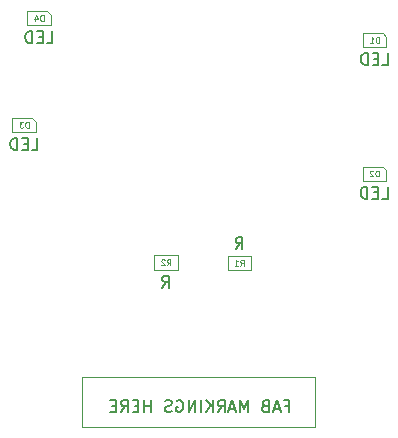
<source format=gbr>
%TF.GenerationSoftware,KiCad,Pcbnew,(6.0.5)*%
%TF.CreationDate,2022-07-11T11:07:48-06:00*%
%TF.ProjectId,MiniMageSpells,4d696e69-4d61-4676-9553-70656c6c732e,1.0*%
%TF.SameCoordinates,PX6e486c0PY7ba4d50*%
%TF.FileFunction,AssemblyDrawing,Bot*%
%FSLAX46Y46*%
G04 Gerber Fmt 4.6, Leading zero omitted, Abs format (unit mm)*
G04 Created by KiCad (PCBNEW (6.0.5)) date 2022-07-11 11:07:48*
%MOMM*%
%LPD*%
G01*
G04 APERTURE LIST*
%ADD10C,0.100000*%
%ADD11C,0.150000*%
%ADD12C,0.080000*%
G04 APERTURE END LIST*
D10*
X8857988Y12980000D02*
X28550000Y12980000D01*
X28550000Y12980000D02*
X28550000Y8780000D01*
X28550000Y8780000D02*
X8857988Y8780000D01*
X8857988Y8780000D02*
X8857988Y12980000D01*
D11*
X26034285Y10581429D02*
X26367619Y10581429D01*
X26367619Y10057620D02*
X26367619Y11057620D01*
X25891428Y11057620D01*
X25558095Y10343334D02*
X25081904Y10343334D01*
X25653333Y10057620D02*
X25320000Y11057620D01*
X24986666Y10057620D01*
X24320000Y10581429D02*
X24177142Y10533810D01*
X24129523Y10486191D01*
X24081904Y10390953D01*
X24081904Y10248096D01*
X24129523Y10152858D01*
X24177142Y10105239D01*
X24272380Y10057620D01*
X24653333Y10057620D01*
X24653333Y11057620D01*
X24320000Y11057620D01*
X24224761Y11010000D01*
X24177142Y10962381D01*
X24129523Y10867143D01*
X24129523Y10771905D01*
X24177142Y10676667D01*
X24224761Y10629048D01*
X24320000Y10581429D01*
X24653333Y10581429D01*
X22891428Y10057620D02*
X22891428Y11057620D01*
X22558095Y10343334D01*
X22224761Y11057620D01*
X22224761Y10057620D01*
X21796190Y10343334D02*
X21320000Y10343334D01*
X21891428Y10057620D02*
X21558095Y11057620D01*
X21224761Y10057620D01*
X20320000Y10057620D02*
X20653333Y10533810D01*
X20891428Y10057620D02*
X20891428Y11057620D01*
X20510476Y11057620D01*
X20415238Y11010000D01*
X20367619Y10962381D01*
X20320000Y10867143D01*
X20320000Y10724286D01*
X20367619Y10629048D01*
X20415238Y10581429D01*
X20510476Y10533810D01*
X20891428Y10533810D01*
X19891428Y10057620D02*
X19891428Y11057620D01*
X19320000Y10057620D02*
X19748571Y10629048D01*
X19320000Y11057620D02*
X19891428Y10486191D01*
X18891428Y10057620D02*
X18891428Y11057620D01*
X18415238Y10057620D02*
X18415238Y11057620D01*
X17843809Y10057620D01*
X17843809Y11057620D01*
X16843809Y11010000D02*
X16939047Y11057620D01*
X17081904Y11057620D01*
X17224761Y11010000D01*
X17320000Y10914762D01*
X17367619Y10819524D01*
X17415238Y10629048D01*
X17415238Y10486191D01*
X17367619Y10295715D01*
X17320000Y10200477D01*
X17224761Y10105239D01*
X17081904Y10057620D01*
X16986666Y10057620D01*
X16843809Y10105239D01*
X16796190Y10152858D01*
X16796190Y10486191D01*
X16986666Y10486191D01*
X16415238Y10105239D02*
X16272380Y10057620D01*
X16034285Y10057620D01*
X15939047Y10105239D01*
X15891428Y10152858D01*
X15843809Y10248096D01*
X15843809Y10343334D01*
X15891428Y10438572D01*
X15939047Y10486191D01*
X16034285Y10533810D01*
X16224761Y10581429D01*
X16320000Y10629048D01*
X16367619Y10676667D01*
X16415238Y10771905D01*
X16415238Y10867143D01*
X16367619Y10962381D01*
X16320000Y11010000D01*
X16224761Y11057620D01*
X15986666Y11057620D01*
X15843809Y11010000D01*
X14653333Y10057620D02*
X14653333Y11057620D01*
X14653333Y10581429D02*
X14081904Y10581429D01*
X14081904Y10057620D02*
X14081904Y11057620D01*
X13605714Y10581429D02*
X13272380Y10581429D01*
X13129523Y10057620D02*
X13605714Y10057620D01*
X13605714Y11057620D01*
X13129523Y11057620D01*
X12129523Y10057620D02*
X12462857Y10533810D01*
X12700952Y10057620D02*
X12700952Y11057620D01*
X12320000Y11057620D01*
X12224761Y11010000D01*
X12177142Y10962381D01*
X12129523Y10867143D01*
X12129523Y10724286D01*
X12177142Y10629048D01*
X12224761Y10581429D01*
X12320000Y10533810D01*
X12700952Y10533810D01*
X11700952Y10581429D02*
X11367619Y10581429D01*
X11224761Y10057620D02*
X11700952Y10057620D01*
X11700952Y11057620D01*
X11224761Y11057620D01*
%TO.C,R2*%
X15625038Y20588000D02*
X15958371Y21064190D01*
X16196466Y20588000D02*
X16196466Y21588000D01*
X15815514Y21588000D01*
X15720276Y21540380D01*
X15672657Y21492761D01*
X15625038Y21397523D01*
X15625038Y21254666D01*
X15672657Y21159428D01*
X15720276Y21111809D01*
X15815514Y21064190D01*
X16196466Y21064190D01*
D12*
X16017895Y22464190D02*
X16184562Y22702285D01*
X16303609Y22464190D02*
X16303609Y22964190D01*
X16113133Y22964190D01*
X16065514Y22940380D01*
X16041704Y22916571D01*
X16017895Y22868952D01*
X16017895Y22797523D01*
X16041704Y22749904D01*
X16065514Y22726095D01*
X16113133Y22702285D01*
X16303609Y22702285D01*
X15827419Y22916571D02*
X15803609Y22940380D01*
X15755990Y22964190D01*
X15636942Y22964190D01*
X15589323Y22940380D01*
X15565514Y22916571D01*
X15541704Y22868952D01*
X15541704Y22821333D01*
X15565514Y22749904D01*
X15851228Y22464190D01*
X15541704Y22464190D01*
D11*
%TO.C,R1*%
X21835038Y23868000D02*
X22168371Y24344190D01*
X22406466Y23868000D02*
X22406466Y24868000D01*
X22025514Y24868000D01*
X21930276Y24820380D01*
X21882657Y24772761D01*
X21835038Y24677523D01*
X21835038Y24534666D01*
X21882657Y24439428D01*
X21930276Y24391809D01*
X22025514Y24344190D01*
X22406466Y24344190D01*
D12*
X22227895Y22444190D02*
X22394562Y22682285D01*
X22513609Y22444190D02*
X22513609Y22944190D01*
X22323133Y22944190D01*
X22275514Y22920380D01*
X22251704Y22896571D01*
X22227895Y22848952D01*
X22227895Y22777523D01*
X22251704Y22729904D01*
X22275514Y22706095D01*
X22323133Y22682285D01*
X22513609Y22682285D01*
X21751704Y22444190D02*
X22037419Y22444190D01*
X21894562Y22444190D02*
X21894562Y22944190D01*
X21942181Y22872761D01*
X21989800Y22825142D01*
X22037419Y22801333D01*
D11*
%TO.C,D4*%
X5837419Y41278000D02*
X6313609Y41278000D01*
X6313609Y42278000D01*
X5504085Y41801809D02*
X5170752Y41801809D01*
X5027895Y41278000D02*
X5504085Y41278000D01*
X5504085Y42278000D01*
X5027895Y42278000D01*
X4599323Y41278000D02*
X4599323Y42278000D01*
X4361228Y42278000D01*
X4218371Y42230380D01*
X4123133Y42135142D01*
X4075514Y42039904D01*
X4027895Y41849428D01*
X4027895Y41706571D01*
X4075514Y41516095D01*
X4123133Y41420857D01*
X4218371Y41325619D01*
X4361228Y41278000D01*
X4599323Y41278000D01*
D12*
X5563609Y43154190D02*
X5563609Y43654190D01*
X5444562Y43654190D01*
X5373133Y43630380D01*
X5325514Y43582761D01*
X5301704Y43535142D01*
X5277895Y43439904D01*
X5277895Y43368476D01*
X5301704Y43273238D01*
X5325514Y43225619D01*
X5373133Y43178000D01*
X5444562Y43154190D01*
X5563609Y43154190D01*
X4849323Y43487523D02*
X4849323Y43154190D01*
X4968371Y43678000D02*
X5087419Y43320857D01*
X4777895Y43320857D01*
D11*
%TO.C,D3*%
X4567419Y32238000D02*
X5043609Y32238000D01*
X5043609Y33238000D01*
X4234085Y32761809D02*
X3900752Y32761809D01*
X3757895Y32238000D02*
X4234085Y32238000D01*
X4234085Y33238000D01*
X3757895Y33238000D01*
X3329323Y32238000D02*
X3329323Y33238000D01*
X3091228Y33238000D01*
X2948371Y33190380D01*
X2853133Y33095142D01*
X2805514Y32999904D01*
X2757895Y32809428D01*
X2757895Y32666571D01*
X2805514Y32476095D01*
X2853133Y32380857D01*
X2948371Y32285619D01*
X3091228Y32238000D01*
X3329323Y32238000D01*
D12*
X4293609Y34114190D02*
X4293609Y34614190D01*
X4174562Y34614190D01*
X4103133Y34590380D01*
X4055514Y34542761D01*
X4031704Y34495142D01*
X4007895Y34399904D01*
X4007895Y34328476D01*
X4031704Y34233238D01*
X4055514Y34185619D01*
X4103133Y34138000D01*
X4174562Y34114190D01*
X4293609Y34114190D01*
X3841228Y34614190D02*
X3531704Y34614190D01*
X3698371Y34423714D01*
X3626942Y34423714D01*
X3579323Y34399904D01*
X3555514Y34376095D01*
X3531704Y34328476D01*
X3531704Y34209428D01*
X3555514Y34161809D01*
X3579323Y34138000D01*
X3626942Y34114190D01*
X3769800Y34114190D01*
X3817419Y34138000D01*
X3841228Y34161809D01*
D11*
%TO.C,D2*%
X34217419Y28118000D02*
X34693609Y28118000D01*
X34693609Y29118000D01*
X33884085Y28641809D02*
X33550752Y28641809D01*
X33407895Y28118000D02*
X33884085Y28118000D01*
X33884085Y29118000D01*
X33407895Y29118000D01*
X32979323Y28118000D02*
X32979323Y29118000D01*
X32741228Y29118000D01*
X32598371Y29070380D01*
X32503133Y28975142D01*
X32455514Y28879904D01*
X32407895Y28689428D01*
X32407895Y28546571D01*
X32455514Y28356095D01*
X32503133Y28260857D01*
X32598371Y28165619D01*
X32741228Y28118000D01*
X32979323Y28118000D01*
D12*
X33943609Y29994190D02*
X33943609Y30494190D01*
X33824562Y30494190D01*
X33753133Y30470380D01*
X33705514Y30422761D01*
X33681704Y30375142D01*
X33657895Y30279904D01*
X33657895Y30208476D01*
X33681704Y30113238D01*
X33705514Y30065619D01*
X33753133Y30018000D01*
X33824562Y29994190D01*
X33943609Y29994190D01*
X33467419Y30446571D02*
X33443609Y30470380D01*
X33395990Y30494190D01*
X33276942Y30494190D01*
X33229323Y30470380D01*
X33205514Y30446571D01*
X33181704Y30398952D01*
X33181704Y30351333D01*
X33205514Y30279904D01*
X33491228Y29994190D01*
X33181704Y29994190D01*
D11*
%TO.C,D1*%
X34237419Y39428000D02*
X34713609Y39428000D01*
X34713609Y40428000D01*
X33904085Y39951809D02*
X33570752Y39951809D01*
X33427895Y39428000D02*
X33904085Y39428000D01*
X33904085Y40428000D01*
X33427895Y40428000D01*
X32999323Y39428000D02*
X32999323Y40428000D01*
X32761228Y40428000D01*
X32618371Y40380380D01*
X32523133Y40285142D01*
X32475514Y40189904D01*
X32427895Y39999428D01*
X32427895Y39856571D01*
X32475514Y39666095D01*
X32523133Y39570857D01*
X32618371Y39475619D01*
X32761228Y39428000D01*
X32999323Y39428000D01*
D12*
X33963609Y41304190D02*
X33963609Y41804190D01*
X33844562Y41804190D01*
X33773133Y41780380D01*
X33725514Y41732761D01*
X33701704Y41685142D01*
X33677895Y41589904D01*
X33677895Y41518476D01*
X33701704Y41423238D01*
X33725514Y41375619D01*
X33773133Y41328000D01*
X33844562Y41304190D01*
X33963609Y41304190D01*
X33201704Y41304190D02*
X33487419Y41304190D01*
X33344562Y41304190D02*
X33344562Y41804190D01*
X33392181Y41732761D01*
X33439800Y41685142D01*
X33487419Y41661333D01*
D10*
%TO.C,R2*%
X16934562Y22065380D02*
X16934562Y23315380D01*
X14934562Y22065380D02*
X16934562Y22065380D01*
X14934562Y23315380D02*
X14934562Y22065380D01*
X16934562Y23315380D02*
X14934562Y23315380D01*
%TO.C,R1*%
X21144562Y23295380D02*
X21144562Y22045380D01*
X23144562Y23295380D02*
X21144562Y23295380D01*
X23144562Y22045380D02*
X23144562Y23295380D01*
X21144562Y22045380D02*
X23144562Y22045380D01*
%TO.C,D4*%
X6194562Y42780380D02*
X4194562Y42780380D01*
X4194562Y43980380D02*
X5894562Y43980380D01*
X5894562Y43980380D02*
X6194562Y43680380D01*
X6194562Y43680380D02*
X6194562Y42780380D01*
X4194562Y42780380D02*
X4194562Y43980380D01*
%TO.C,D3*%
X4924562Y33740380D02*
X2924562Y33740380D01*
X2924562Y34940380D02*
X4624562Y34940380D01*
X4624562Y34940380D02*
X4924562Y34640380D01*
X4924562Y34640380D02*
X4924562Y33740380D01*
X2924562Y33740380D02*
X2924562Y34940380D01*
%TO.C,D2*%
X34574562Y29620380D02*
X32574562Y29620380D01*
X32574562Y30820380D02*
X34274562Y30820380D01*
X34274562Y30820380D02*
X34574562Y30520380D01*
X34574562Y30520380D02*
X34574562Y29620380D01*
X32574562Y29620380D02*
X32574562Y30820380D01*
%TO.C,D1*%
X34594562Y40930380D02*
X32594562Y40930380D01*
X32594562Y42130380D02*
X34294562Y42130380D01*
X34294562Y42130380D02*
X34594562Y41830380D01*
X34594562Y41830380D02*
X34594562Y40930380D01*
X32594562Y40930380D02*
X32594562Y42130380D01*
%TD*%
M02*

</source>
